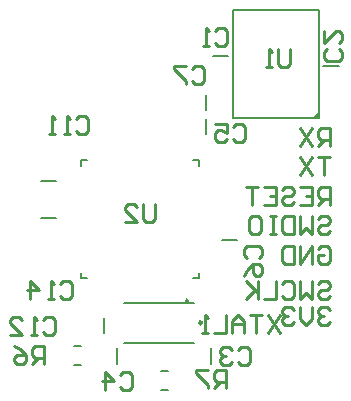
<source format=gbo>
G04 Layer_Color=32896*
%FSLAX24Y24*%
%MOIN*%
G70*
G01*
G75*
%ADD19C,0.0098*%
%ADD36C,0.0100*%
%ADD37C,0.0079*%
%ADD83C,0.0070*%
%ADD84C,0.0050*%
D19*
X8907Y3642D02*
G03*
X8907Y3642I-49J0D01*
G01*
D36*
X8455Y4370D02*
G03*
X8455Y4370I-39J0D01*
G01*
X11516Y3897D02*
X11116Y3297D01*
Y3897D02*
X11516Y3297D01*
X10916Y3897D02*
X10516D01*
X10716D01*
Y3297D01*
X10316D02*
Y3697D01*
X10116Y3897D01*
X9916Y3697D01*
Y3297D01*
Y3597D01*
X10316D01*
X9716Y3897D02*
Y3297D01*
X9316D01*
X9117D02*
X8917D01*
X9017D01*
Y3897D01*
X9117Y3797D01*
X7333Y7588D02*
Y7088D01*
X7233Y6988D01*
X7033D01*
X6933Y7088D01*
Y7588D01*
X6333Y6988D02*
X6733D01*
X6333Y7388D01*
Y7488D01*
X6433Y7588D01*
X6633D01*
X6733Y7488D01*
X11836Y12755D02*
Y12255D01*
X11736Y12156D01*
X11536D01*
X11436Y12255D01*
Y12755D01*
X11236Y12156D02*
X11036D01*
X11136D01*
Y12755D01*
X11236Y12655D01*
X9719Y1452D02*
Y2052D01*
X9420D01*
X9320Y1952D01*
Y1752D01*
X9420Y1652D01*
X9719D01*
X9520D02*
X9320Y1452D01*
X9120Y2052D02*
X8720D01*
Y1952D01*
X9120Y1552D01*
Y1452D01*
X3642Y2264D02*
Y2864D01*
X3342D01*
X3242Y2764D01*
Y2564D01*
X3342Y2464D01*
X3642D01*
X3442D02*
X3242Y2264D01*
X2642Y2864D02*
X2842Y2764D01*
X3042Y2564D01*
Y2364D01*
X2942Y2264D01*
X2742D01*
X2642Y2364D01*
Y2464D01*
X2742Y2564D01*
X3042D01*
X4177Y4929D02*
X4277Y5029D01*
X4477D01*
X4577Y4929D01*
Y4529D01*
X4477Y4429D01*
X4277D01*
X4177Y4529D01*
X3977Y4429D02*
X3777D01*
X3877D01*
Y5029D01*
X3977Y4929D01*
X3177Y4429D02*
Y5029D01*
X3477Y4729D01*
X3077D01*
X3611Y3748D02*
X3711Y3848D01*
X3911D01*
X4011Y3748D01*
Y3348D01*
X3911Y3248D01*
X3711D01*
X3611Y3348D01*
X3411Y3248D02*
X3211D01*
X3311D01*
Y3848D01*
X3411Y3748D01*
X2511Y3248D02*
X2911D01*
X2511Y3648D01*
Y3748D01*
X2611Y3848D01*
X2811D01*
X2911Y3748D01*
X4718Y10441D02*
X4818Y10541D01*
X5018D01*
X5118Y10441D01*
Y10041D01*
X5018Y9941D01*
X4818D01*
X4718Y10041D01*
X4518Y9941D02*
X4318D01*
X4418D01*
Y10541D01*
X4518Y10441D01*
X4018Y9941D02*
X3819D01*
X3918D01*
Y10541D01*
X4018Y10441D01*
X8582Y12111D02*
X8682Y12211D01*
X8882D01*
X8982Y12111D01*
Y11711D01*
X8882Y11611D01*
X8682D01*
X8582Y11711D01*
X8382Y12211D02*
X7983D01*
Y12111D01*
X8382Y11711D01*
Y11611D01*
X10425Y5801D02*
X10325Y5901D01*
Y6101D01*
X10425Y6201D01*
X10825D01*
X10925Y6101D01*
Y5901D01*
X10825Y5801D01*
X10325Y5201D02*
X10425Y5401D01*
X10625Y5601D01*
X10825D01*
X10925Y5501D01*
Y5301D01*
X10825Y5201D01*
X10725D01*
X10625Y5301D01*
Y5601D01*
X9959Y10170D02*
X10059Y10270D01*
X10259D01*
X10359Y10170D01*
Y9770D01*
X10259Y9670D01*
X10059D01*
X9959Y9770D01*
X9360Y10270D02*
X9759D01*
Y9970D01*
X9560Y10070D01*
X9460D01*
X9360Y9970D01*
Y9770D01*
X9460Y9670D01*
X9659D01*
X9759Y9770D01*
X6170Y1902D02*
X6270Y2002D01*
X6470D01*
X6570Y1902D01*
Y1503D01*
X6470Y1403D01*
X6270D01*
X6170Y1503D01*
X5670Y1403D02*
Y2002D01*
X5970Y1702D01*
X5570D01*
X10107Y2330D02*
X10207Y2230D01*
X10407D01*
X10507Y2330D01*
Y2730D01*
X10407Y2830D01*
X10207D01*
X10107Y2730D01*
X9907Y2330D02*
X9807Y2230D01*
X9607D01*
X9507Y2330D01*
Y2430D01*
X9607Y2530D01*
X9707D01*
X9607D01*
X9507Y2630D01*
Y2730D01*
X9607Y2830D01*
X9807D01*
X9907Y2730D01*
X13467Y12752D02*
X13567Y12652D01*
Y12452D01*
X13467Y12352D01*
X13067D01*
X12968Y12452D01*
Y12652D01*
X13067Y12752D01*
X12968Y13352D02*
Y12952D01*
X13367Y13352D01*
X13467D01*
X13567Y13252D01*
Y13052D01*
X13467Y12952D01*
X9362Y13373D02*
X9462Y13473D01*
X9662D01*
X9762Y13373D01*
Y12973D01*
X9662Y12873D01*
X9462D01*
X9362Y12973D01*
X9162Y12873D02*
X8962D01*
X9062D01*
Y13473D01*
X9162Y13373D01*
X13189Y9547D02*
Y10147D01*
X12889D01*
X12789Y10047D01*
Y9847D01*
X12889Y9747D01*
X13189D01*
X12989D02*
X12789Y9547D01*
X12589Y10147D02*
X12189Y9547D01*
Y10147D02*
X12589Y9547D01*
X13189Y9163D02*
X12789D01*
X12989D01*
Y8563D01*
X12589Y9163D02*
X12189Y8563D01*
Y9163D02*
X12589Y8563D01*
X13189Y7554D02*
Y8154D01*
X12889D01*
X12789Y8054D01*
Y7854D01*
X12889Y7754D01*
X13189D01*
X12989D02*
X12789Y7554D01*
X12189Y8154D02*
X12589D01*
Y7554D01*
X12189D01*
X12589Y7854D02*
X12389D01*
X11589Y8054D02*
X11689Y8154D01*
X11889D01*
X11989Y8054D01*
Y7954D01*
X11889Y7854D01*
X11689D01*
X11589Y7754D01*
Y7654D01*
X11689Y7554D01*
X11889D01*
X11989Y7654D01*
X10990Y8154D02*
X11390D01*
Y7554D01*
X10990D01*
X11390Y7854D02*
X11190D01*
X10790Y8154D02*
X10390D01*
X10590D01*
Y7554D01*
X12789Y7094D02*
X12889Y7194D01*
X13089D01*
X13189Y7094D01*
Y6994D01*
X13089Y6894D01*
X12889D01*
X12789Y6794D01*
Y6694D01*
X12889Y6594D01*
X13089D01*
X13189Y6694D01*
X12589Y7194D02*
Y6594D01*
X12389Y6794D01*
X12189Y6594D01*
Y7194D01*
X11989D02*
Y6594D01*
X11689D01*
X11589Y6694D01*
Y7094D01*
X11689Y7194D01*
X11989D01*
X11390D02*
X11190D01*
X11290D01*
Y6594D01*
X11390D01*
X11190D01*
X10590Y7194D02*
X10790D01*
X10890Y7094D01*
Y6694D01*
X10790Y6594D01*
X10590D01*
X10490Y6694D01*
Y7094D01*
X10590Y7194D01*
X12789Y6085D02*
X12889Y6185D01*
X13089D01*
X13189Y6085D01*
Y5686D01*
X13089Y5586D01*
X12889D01*
X12789Y5686D01*
Y5886D01*
X12989D01*
X12589Y5586D02*
Y6185D01*
X12189Y5586D01*
Y6185D01*
X11989D02*
Y5586D01*
X11689D01*
X11589Y5686D01*
Y6085D01*
X11689Y6185D01*
X11989D01*
X12789Y4929D02*
X12889Y5029D01*
X13089D01*
X13189Y4929D01*
Y4829D01*
X13089Y4729D01*
X12889D01*
X12789Y4629D01*
Y4529D01*
X12889Y4429D01*
X13089D01*
X13189Y4529D01*
X12589Y5029D02*
Y4429D01*
X12389Y4629D01*
X12189Y4429D01*
Y5029D01*
X11589Y4929D02*
X11689Y5029D01*
X11889D01*
X11989Y4929D01*
Y4529D01*
X11889Y4429D01*
X11689D01*
X11589Y4529D01*
X11390Y5029D02*
Y4429D01*
X10990D01*
X10790Y5029D02*
Y4429D01*
Y4629D01*
X10390Y5029D01*
X10690Y4729D01*
X10390Y4429D01*
X13189Y4068D02*
X13089Y4168D01*
X12889D01*
X12789Y4068D01*
Y3968D01*
X12889Y3868D01*
X12989D01*
X12889D01*
X12789Y3768D01*
Y3668D01*
X12889Y3568D01*
X13089D01*
X13189Y3668D01*
X12589Y4168D02*
Y3768D01*
X12389Y3568D01*
X12189Y3768D01*
Y4168D01*
X11989Y4068D02*
X11889Y4168D01*
X11689D01*
X11589Y4068D01*
Y3968D01*
X11689Y3868D01*
X11789D01*
X11689D01*
X11589Y3768D01*
Y3668D01*
X11689Y3568D01*
X11889D01*
X11989Y3668D01*
D37*
X5640Y3287D02*
Y3799D01*
X4646Y2874D02*
X4882D01*
X4646Y2244D02*
X4882D01*
X9213Y2279D02*
Y2790D01*
X7559Y2037D02*
X7795D01*
X7559Y1407D02*
X7795D01*
X6068Y2279D02*
Y2790D01*
X9040Y10718D02*
Y11230D01*
Y9931D02*
Y10443D01*
X9587Y6407D02*
X10098D01*
X3533Y8376D02*
X4045D01*
X3533Y7146D02*
X4045D01*
X12958Y12195D02*
X13469D01*
X9267Y12534D02*
X9779D01*
X6299Y4311D02*
X8661D01*
X6299Y2972D02*
X8661D01*
D83*
X4872Y5118D02*
X5069D01*
X4872D02*
Y5315D01*
Y8858D02*
Y9055D01*
X5069D01*
X8809Y8858D02*
Y9055D01*
X8612D02*
X8809D01*
Y5118D02*
Y5315D01*
X8612Y5118D02*
X8809D01*
D84*
X9963Y10464D02*
Y14064D01*
X11393D01*
X9963Y10464D02*
X11383D01*
Y10454D02*
Y10464D01*
X12803D02*
Y14064D01*
X11373D02*
X12803D01*
X11383Y10464D02*
X12803D01*
X11383Y10454D02*
Y10464D01*
X12643Y10474D02*
X12803Y10634D01*
X12643Y10474D02*
X12683D01*
X12693D01*
X12803Y10584D01*
Y10534D02*
Y10584D01*
X12743Y10474D02*
X12803Y10534D01*
X12733Y10474D02*
X12743D01*
M02*

</source>
